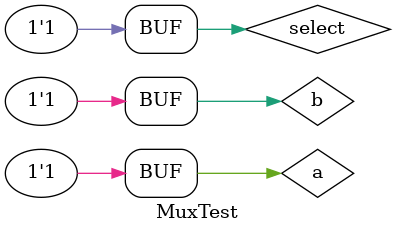
<source format=sv>
`timescale 1ns / 1ps


module MuxTest();

    logic a,b,select,z;
    
    Mux2To1 myMux(a,b,select,z);
    
    initial begin
    a = 0; b = 0; select = 0; #15;
    if(z !== 0) $display("test at 000 has wrong results.");
    
    a = 0; b = 0; select = 1; #15;
    if(z !== 0) $display("test at 001 has wrong results.");
        
    a = 0; b = 1; select = 0; #15;
    if(z !== 0) $display("test at 010 has wrong results.");
    
    a = 0; b = 1; select = 1; #15;
    if(z !== 1) $display("test at 011 has wrong results.");
    
    a = 1; b = 0; select = 0; #15;
    if(z !== 1) $display("test at 100 has wrong results.");
            
    a = 1; b = 0; select = 1; #15;
    if(z !== 0) $display("test at 101 has wrong results.");
    
    a = 1; b = 1; select = 0; #15;
    if(z !== 1) $display("test at 110 has wrong results.");
          
    a = 1; b = 1; select = 1; #15;
    if(z !== 1) $display("test at 111 has wrong results.");
    end

endmodule

</source>
